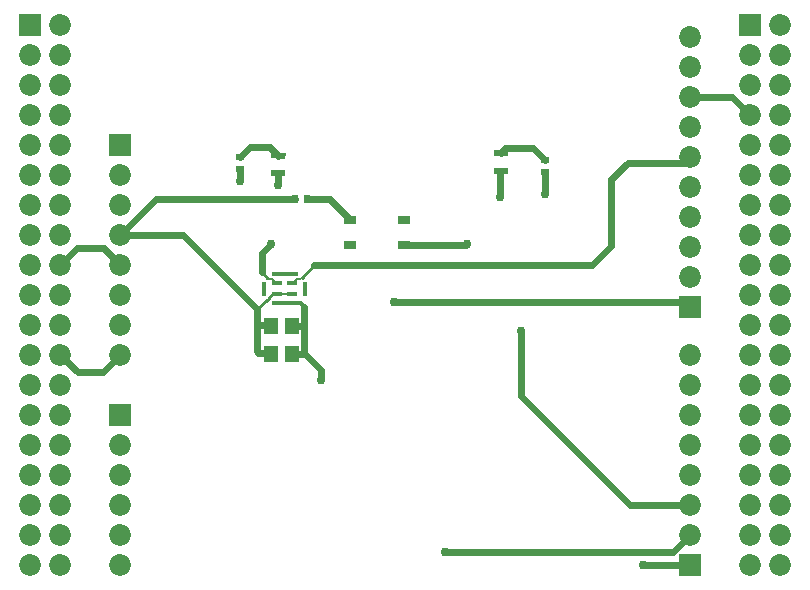
<source format=gtl>
G04 EAGLE Gerber RS-274X export*
G75*
%MOMM*%
%FSLAX34Y34*%
%LPD*%
%INTop Copper*%
%IPPOS*%
%AMOC8*
5,1,8,0,0,1.08239X$1,22.5*%
G01*
G04 Define Apertures*
%ADD10R,1.850000X1.850000*%
%ADD11C,1.850000*%
%ADD12R,0.950000X0.400000*%
%ADD13R,2.300000X0.350000*%
%ADD14R,0.350000X1.300000*%
%ADD15R,1.164600X1.465300*%
%ADD16R,1.000000X0.700000*%
%ADD17R,0.500000X1.250000*%
%ADD18R,1.250000X0.500000*%
%ADD19R,0.644000X0.535100*%
%ADD20R,0.535100X0.644000*%
%ADD21C,0.600000*%
%ADD22C,0.756400*%
%ADD23C,0.160000*%
%ADD24C,0.350000*%
%ADD25C,0.230000*%
%ADD26C,0.220000*%
%ADD27C,0.250000*%
D10*
X-170700Y284400D03*
D11*
X-170700Y259000D03*
X-170700Y233600D03*
X-170700Y208200D03*
X-170700Y182800D03*
X-170700Y157400D03*
D10*
X-170700Y513000D03*
D11*
X-170700Y487600D03*
X-170700Y462200D03*
X-170700Y436800D03*
X-170700Y411400D03*
X-170700Y386000D03*
X-170700Y360600D03*
X-170700Y335200D03*
D10*
X-246900Y614600D03*
D11*
X-221500Y614600D03*
X-246900Y589200D03*
X-221500Y589200D03*
X-246900Y563800D03*
X-221500Y563800D03*
X-246900Y538400D03*
X-221500Y538400D03*
X-246900Y513000D03*
X-221500Y513000D03*
X-246900Y487600D03*
X-221500Y487600D03*
X-246900Y462200D03*
X-221500Y462200D03*
X-246900Y436800D03*
X-221500Y436800D03*
X-246900Y411400D03*
X-221500Y411400D03*
X-246900Y386000D03*
X-221500Y386000D03*
X-246900Y360600D03*
X-221500Y360600D03*
X-246900Y335200D03*
X-221500Y335200D03*
X-246900Y309800D03*
X-221500Y309800D03*
X-246900Y284400D03*
X-221500Y284400D03*
X-246900Y259000D03*
X-221500Y259000D03*
X-246900Y233600D03*
X-221500Y233600D03*
X-246900Y208200D03*
X-221500Y208200D03*
X-246900Y182800D03*
X-221500Y182800D03*
X-246900Y157400D03*
X-221500Y157400D03*
D10*
X311900Y375840D03*
D11*
X311900Y401240D03*
X311900Y426640D03*
X311900Y452040D03*
X311900Y477440D03*
X311900Y502840D03*
X311900Y528240D03*
X311900Y553640D03*
X311900Y579040D03*
X311900Y604440D03*
X311900Y208200D03*
X311900Y233600D03*
X311900Y259000D03*
X311900Y284400D03*
X311900Y309800D03*
X311900Y335200D03*
D10*
X311900Y157400D03*
D11*
X311900Y182800D03*
D10*
X362700Y614350D03*
D11*
X388100Y614350D03*
X362700Y588950D03*
X388100Y588950D03*
X362700Y563550D03*
X388100Y563550D03*
X362700Y538150D03*
X388100Y538150D03*
X362700Y512750D03*
X388100Y512750D03*
X362700Y487350D03*
X388100Y487350D03*
X362700Y461950D03*
X388100Y461950D03*
X362700Y436550D03*
X388100Y436550D03*
X362700Y411150D03*
X388100Y411150D03*
X362700Y385750D03*
X388100Y385750D03*
X362700Y360350D03*
X388100Y360350D03*
X362700Y334950D03*
X388100Y334950D03*
X362700Y309550D03*
X388100Y309550D03*
X362700Y284150D03*
X388100Y284150D03*
X362700Y258750D03*
X388100Y258750D03*
X362700Y233350D03*
X388100Y233350D03*
X362700Y207950D03*
X388100Y207950D03*
X362700Y182550D03*
X388100Y182550D03*
X362700Y157150D03*
X388100Y157150D03*
D12*
X-24850Y395700D03*
X-38350Y395700D03*
X-38350Y386700D03*
X-24850Y386700D03*
D13*
X-31600Y403450D03*
X-31600Y378950D03*
D14*
X-14350Y391200D03*
X-48850Y391200D03*
D15*
X-43154Y335500D03*
X-25646Y335500D03*
X-43154Y359600D03*
X-25646Y359600D03*
D16*
X24200Y449300D03*
X24200Y427800D03*
X69200Y449300D03*
X69200Y427800D03*
D17*
G36*
X-43306Y501355D02*
X-43262Y506354D01*
X-30764Y506245D01*
X-30808Y501246D01*
X-43306Y501355D01*
G37*
G36*
X-43436Y486355D02*
X-43392Y491354D01*
X-30894Y491245D01*
X-30938Y486246D01*
X-43436Y486355D01*
G37*
D18*
X151400Y505800D03*
X151400Y490800D03*
D19*
X-68900Y492225D03*
X-68900Y502375D03*
X188600Y490225D03*
X188600Y500375D03*
D20*
X-23075Y467000D03*
X-12925Y467000D03*
D21*
X-15000Y335500D02*
X-25646Y335500D01*
X-15000Y335500D02*
X-14500Y335500D01*
X-15000Y335500D02*
X-15000Y359600D01*
X-15000Y376000D01*
X-15000Y359600D02*
X-25646Y359600D01*
X-14500Y335500D02*
X-1000Y322000D01*
X-1000Y314000D01*
D22*
X-1000Y314000D03*
X151000Y469000D03*
D23*
X-37000Y488635D02*
X-37165Y488800D01*
D21*
X-37000Y488635D02*
X-37000Y479000D01*
D22*
X-37000Y479000D03*
D21*
X151000Y469000D02*
X151000Y490400D01*
D23*
X151400Y490800D01*
D24*
X-15000Y376000D02*
X-17950Y378950D01*
X-31600Y378950D01*
D21*
X-184700Y425400D02*
X-207500Y425400D01*
X-221500Y411400D01*
X-184700Y425400D02*
X-170700Y411400D01*
X-185700Y320200D02*
X-206500Y320200D01*
X-221500Y335200D01*
X-185700Y320200D02*
X-170700Y335200D01*
X311900Y553640D02*
X347210Y553640D01*
X362700Y538150D01*
X-60475Y510800D02*
X-68900Y502375D01*
X-44035Y510800D02*
X-37035Y503800D01*
X-44035Y510800D02*
X-60475Y510800D01*
X155400Y509800D02*
X179175Y509800D01*
X155400Y509800D02*
X151400Y505800D01*
X179175Y509800D02*
X188600Y500375D01*
D25*
X-46063Y400376D02*
X-51000Y405313D01*
D21*
X-51000Y421000D02*
X-43000Y429000D01*
X-51000Y421000D02*
X-51000Y405313D01*
D22*
X-43000Y429000D03*
X61000Y380000D03*
D21*
X307740Y380000D01*
D23*
X311900Y375840D01*
X-38350Y395700D02*
X-42026Y399376D01*
X-45063Y399376D02*
X-46063Y400376D01*
X-45063Y399376D02*
X-42026Y399376D01*
D21*
X-6513Y411000D02*
X229000Y411000D01*
D26*
X-6513Y411000D02*
X-17137Y400376D01*
D23*
X-21174Y399376D02*
X-24850Y395700D01*
X-18137Y399376D02*
X-17137Y400376D01*
X-18137Y399376D02*
X-21174Y399376D01*
D21*
X229000Y411000D02*
X245126Y427126D01*
X306979Y497919D02*
X311900Y502840D01*
X306979Y497919D02*
X258900Y497919D01*
X245126Y484145D01*
X245126Y427126D01*
X121800Y427800D02*
X69200Y427800D01*
D23*
X121800Y427800D02*
X123000Y429000D01*
D22*
X123000Y429000D03*
X169000Y355000D03*
D21*
X260800Y208200D02*
X311900Y208200D01*
X260800Y208200D02*
X169000Y300000D01*
X169000Y355000D01*
X-23075Y467000D02*
X-140500Y467000D01*
X-170700Y436800D01*
D23*
X-44654Y337000D02*
X-43154Y335500D01*
D21*
X-44654Y337000D02*
X-54000Y337000D01*
D23*
X-55000Y338000D01*
D21*
X-55000Y360000D01*
X-43554Y360000D01*
D23*
X-43154Y359600D01*
D21*
X-55000Y360000D02*
X-55000Y373000D01*
D23*
X-54500Y373500D01*
D21*
X-117800Y436800D01*
X-170700Y436800D01*
D23*
X-38350Y386700D02*
X-24850Y386700D01*
X-38350Y386700D02*
X-41300Y386700D01*
D27*
X-46074Y381926D02*
X-54500Y373500D01*
X-46074Y381926D02*
X-45951Y381926D01*
X-44326Y383551D01*
X-44326Y383674D01*
X-41300Y386700D01*
D22*
X189000Y471000D03*
X272000Y157000D03*
D23*
X272400Y157400D01*
D21*
X311900Y157400D01*
X189000Y471000D02*
X189000Y489825D01*
X188600Y490225D01*
X-68900Y492225D02*
X-68900Y482100D01*
D23*
X-69000Y482000D01*
D22*
X-69000Y482000D03*
X104000Y168000D03*
D21*
X297100Y168000D02*
X311900Y182800D01*
X297100Y168000D02*
X104000Y168000D01*
X6500Y467000D02*
X-12925Y467000D01*
X6500Y467000D02*
X24200Y449300D01*
M02*

</source>
